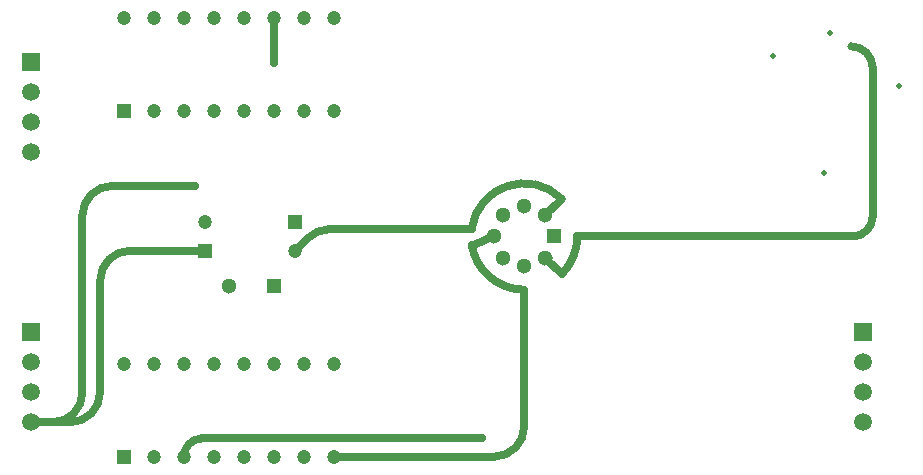
<source format=gbr>
%TF.GenerationSoftware,Altium Limited,Altium Designer,23.3.1 (30)*%
G04 Layer_Physical_Order=2*
G04 Layer_Color=36540*
%FSLAX45Y45*%
%MOMM*%
%TF.SameCoordinates,5C971558-4B59-40B4-890D-9BFF8048EDD7*%
%TF.FilePolarity,Positive*%
%TF.FileFunction,Copper,L2,Inr,Signal*%
%TF.Part,Single*%
G01*
G75*
%TA.AperFunction,Conductor*%
%ADD10C,0.70000*%
%ADD12C,0.25400*%
%TA.AperFunction,ComponentPad*%
%ADD23R,1.20000X1.20000*%
%ADD24C,1.20000*%
%ADD25C,1.30000*%
%ADD26R,1.30000X1.30000*%
%ADD27C,1.50000*%
%ADD28R,1.50000X1.50000*%
%ADD29R,1.20000X1.20000*%
%TA.AperFunction,ViaPad*%
%ADD30C,0.50000*%
%TA.AperFunction,Conductor*%
%ADD31C,0.35000*%
D10*
X11226123Y7276020D02*
G03*
X11670000Y6900000I443877J73980D01*
G01*
X8334000Y7230000D02*
G03*
X8080000Y6976000I0J-254000D01*
G01*
X8184000Y7780000D02*
G03*
X7930000Y7526000I0J-254000D01*
G01*
X7826000Y5777300D02*
G03*
X8080000Y6031300I0J254000D01*
G01*
X7676000Y5777300D02*
G03*
X7930000Y6031300I0J254000D01*
G01*
X8942501Y5640000D02*
G03*
X8789000Y5486500I0J-153500D01*
G01*
X11988198Y7031802D02*
G03*
X12120000Y7350000I-318198J318198D01*
G01*
X14620000Y8780000D02*
G03*
X14439999Y8960000I-180000J0D01*
G01*
X14450000Y7350000D02*
G03*
X14620000Y7520000I0J170000D01*
G01*
X11988198Y7668198D02*
G03*
X11224126Y7410802I-318198J-318198D01*
G01*
X10016510Y7410000D02*
G03*
X9836905Y7335605I0J-254000D01*
G01*
X11416000Y5486500D02*
G03*
X11670000Y5740500I0J254000D01*
G01*
X10059000Y5486500D02*
X11416000D01*
X9550000Y8820000D02*
Y9197000D01*
X8184000Y7780000D02*
X8880000D01*
X8334000Y7230000D02*
X8968700D01*
X8080000Y6031300D02*
Y6976000D01*
X7930000Y6031300D02*
Y7526000D01*
X7676000Y5777300D02*
X7826000D01*
X7493300D02*
X7676000D01*
X8942501Y5640000D02*
X11310000D01*
X9550000Y9197000D02*
X9551000D01*
X11849605Y7170395D02*
X11988198Y7031802D01*
X14620000Y7520000D02*
Y8780000D01*
X12120000Y7350000D02*
X14450000Y7350000D01*
X11224126Y7410000D02*
Y7410802D01*
X10016510Y7410000D02*
X11224126D01*
X11849605Y7529605D02*
X11983129Y7663129D01*
X11670000Y5740500D02*
Y6900000D01*
X11245851Y7279308D02*
X11416000Y7350000D01*
X11849605Y7529605D02*
X11849605D01*
X9731300Y7230000D02*
X9836905Y7335605D01*
D12*
X11416000Y7350000D02*
X11453431D01*
D23*
X8281000Y5486500D02*
D03*
Y8410000D02*
D03*
D24*
X8535000Y5486500D02*
D03*
X8789000D02*
D03*
X9043000D02*
D03*
X9297000D02*
D03*
X9551000D02*
D03*
X9805000D02*
D03*
X10059000D02*
D03*
Y6273500D02*
D03*
X9805000D02*
D03*
X9551000D02*
D03*
X9297000D02*
D03*
X9043000D02*
D03*
X8789000D02*
D03*
X8535000D02*
D03*
X8281000D02*
D03*
X8535000Y8410000D02*
D03*
X8789000D02*
D03*
X9043000D02*
D03*
X9297000D02*
D03*
X9551000D02*
D03*
X9805000D02*
D03*
X10059000D02*
D03*
Y9197000D02*
D03*
X9805000D02*
D03*
X9551000D02*
D03*
X9297000D02*
D03*
X9043000D02*
D03*
X8789000D02*
D03*
X8535000D02*
D03*
X8281000D02*
D03*
X9731300Y7230000D02*
D03*
X8968700Y7470000D02*
D03*
D25*
X11849605Y7170395D02*
D03*
X11490395D02*
D03*
X11849605Y7529605D02*
D03*
X11490395D02*
D03*
X11416000Y7350000D02*
D03*
X11670000Y7096000D02*
D03*
Y7604000D02*
D03*
X9169500Y6930000D02*
D03*
D26*
X11924000Y7350000D02*
D03*
X9550500Y6930000D02*
D03*
D27*
X7493300Y5777300D02*
D03*
Y6031300D02*
D03*
Y6285300D02*
D03*
Y8571300D02*
D03*
Y8317300D02*
D03*
Y8063300D02*
D03*
X14535451Y6285300D02*
D03*
Y6031300D02*
D03*
Y5777300D02*
D03*
D28*
X7493300Y6539300D02*
D03*
Y8825300D02*
D03*
X14535451Y6539300D02*
D03*
D29*
X8968700Y7230000D02*
D03*
X9731300Y7470000D02*
D03*
D30*
X14210001Y7890000D02*
D03*
X11310000Y5640000D02*
D03*
X9550000Y8820000D02*
D03*
X14260001Y9070000D02*
D03*
X14839999Y8620000D02*
D03*
X13780000Y8880000D02*
D03*
X8880000Y7780000D02*
D03*
X14439999Y8960000D02*
D03*
D31*
X11849605Y7170395D02*
X11896496D01*
%TF.MD5,5ccab397d10f4cf675bd5081150f7588*%
M02*

</source>
